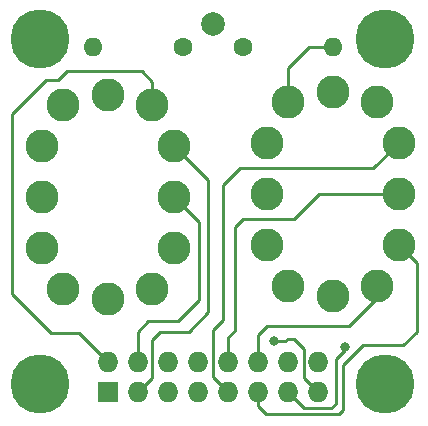
<source format=gbr>
G04 #@! TF.GenerationSoftware,KiCad,Pcbnew,5.0.2-bee76a0~70~ubuntu18.04.1*
G04 #@! TF.CreationDate,2019-11-04T11:53:34-05:00*
G04 #@! TF.ProjectId,socket,736f636b-6574-42e6-9b69-6361645f7063,rev?*
G04 #@! TF.SameCoordinates,Original*
G04 #@! TF.FileFunction,Copper,L2,Bot*
G04 #@! TF.FilePolarity,Positive*
%FSLAX46Y46*%
G04 Gerber Fmt 4.6, Leading zero omitted, Abs format (unit mm)*
G04 Created by KiCad (PCBNEW 5.0.2-bee76a0~70~ubuntu18.04.1) date Mon 04 Nov 2019 11:53:34 AM EST*
%MOMM*%
%LPD*%
G01*
G04 APERTURE LIST*
G04 #@! TA.AperFunction,ComponentPad*
%ADD10C,2.794000*%
G04 #@! TD*
G04 #@! TA.AperFunction,ComponentPad*
%ADD11O,1.600000X1.600000*%
G04 #@! TD*
G04 #@! TA.AperFunction,ComponentPad*
%ADD12C,1.600000*%
G04 #@! TD*
G04 #@! TA.AperFunction,ComponentPad*
%ADD13C,2.000000*%
G04 #@! TD*
G04 #@! TA.AperFunction,ComponentPad*
%ADD14O,1.727200X1.727200*%
G04 #@! TD*
G04 #@! TA.AperFunction,ComponentPad*
%ADD15R,1.727200X1.727200*%
G04 #@! TD*
G04 #@! TA.AperFunction,ComponentPad*
%ADD16C,5.000000*%
G04 #@! TD*
G04 #@! TA.AperFunction,ViaPad*
%ADD17C,0.800000*%
G04 #@! TD*
G04 #@! TA.AperFunction,Conductor*
%ADD18C,0.250000*%
G04 #@! TD*
G04 APERTURE END LIST*
D10*
G04 #@! TO.P,J1,12*
G04 #@! TO.N,Net-(J1-Pad12)*
X36830000Y-99314000D03*
G04 #@! TO.P,J1,11*
G04 #@! TO.N,Net-(J1-Pad11)*
X40614600Y-100177600D03*
G04 #@! TO.P,J1,10*
G04 #@! TO.N,Net-(J1-Pad10)*
X42418000Y-103632000D03*
G04 #@! TO.P,J1,9*
G04 #@! TO.N,Net-(J1-Pad9)*
X42418000Y-107950000D03*
G04 #@! TO.P,J1,8*
G04 #@! TO.N,Net-(J1-Pad8)*
X42418000Y-112268000D03*
G04 #@! TO.P,J1,7*
G04 #@! TO.N,Net-(J1-Pad7)*
X40614600Y-115722400D03*
G04 #@! TO.P,J1,6*
G04 #@! TO.N,Net-(J1-Pad6)*
X36830000Y-116586000D03*
G04 #@! TO.P,J1,5*
G04 #@! TO.N,Net-(J1-Pad5)*
X33045400Y-115722400D03*
G04 #@! TO.P,J1,4*
G04 #@! TO.N,Net-(J1-Pad4)*
X31242000Y-112268000D03*
G04 #@! TO.P,J1,3*
G04 #@! TO.N,Net-(J1-Pad3)*
X31242000Y-107950000D03*
G04 #@! TO.P,J1,2*
G04 #@! TO.N,Net-(J1-Pad2)*
X31242000Y-103632000D03*
G04 #@! TO.P,J1,1*
G04 #@! TO.N,Net-(J1-Pad1)*
X33045400Y-100177600D03*
G04 #@! TD*
G04 #@! TO.P,J2,12*
G04 #@! TO.N,Net-(J2-Pad12)*
X55880000Y-99060000D03*
G04 #@! TO.P,J2,11*
G04 #@! TO.N,Net-(J2-Pad11)*
X59664600Y-99923600D03*
G04 #@! TO.P,J2,10*
G04 #@! TO.N,Net-(J2-Pad10)*
X61468000Y-103378000D03*
G04 #@! TO.P,J2,9*
G04 #@! TO.N,Net-(J2-Pad9)*
X61468000Y-107696000D03*
G04 #@! TO.P,J2,8*
G04 #@! TO.N,Net-(J2-Pad8)*
X61468000Y-112014000D03*
G04 #@! TO.P,J2,7*
G04 #@! TO.N,Net-(J2-Pad7)*
X59664600Y-115468400D03*
G04 #@! TO.P,J2,6*
G04 #@! TO.N,Net-(J2-Pad6)*
X55880000Y-116332000D03*
G04 #@! TO.P,J2,5*
G04 #@! TO.N,Net-(J2-Pad5)*
X52095400Y-115468400D03*
G04 #@! TO.P,J2,4*
G04 #@! TO.N,Net-(J2-Pad4)*
X50292000Y-112014000D03*
G04 #@! TO.P,J2,3*
G04 #@! TO.N,Net-(J2-Pad3)*
X50292000Y-107696000D03*
G04 #@! TO.P,J2,2*
G04 #@! TO.N,Net-(J2-Pad2)*
X50292000Y-103378000D03*
G04 #@! TO.P,J2,1*
G04 #@! TO.N,Net-(J2-Pad1)*
X52095400Y-99923600D03*
G04 #@! TD*
D11*
G04 #@! TO.P,R1,2*
G04 #@! TO.N,Net-(J1-Pad1)*
X35560000Y-95250000D03*
D12*
G04 #@! TO.P,R1,1*
G04 #@! TO.N,Net-(J3-Pad1)*
X43180000Y-95250000D03*
G04 #@! TD*
D11*
G04 #@! TO.P,R2,2*
G04 #@! TO.N,Net-(J2-Pad1)*
X55880000Y-95250000D03*
D12*
G04 #@! TO.P,R2,1*
G04 #@! TO.N,Net-(J3-Pad1)*
X48260000Y-95250000D03*
G04 #@! TD*
D13*
G04 #@! TO.P,J3,1*
G04 #@! TO.N,Net-(J3-Pad1)*
X45720000Y-93345000D03*
G04 #@! TD*
D14*
G04 #@! TO.P,J4,16*
G04 #@! TO.N,Net-(J2-Pad3)*
X54610000Y-121920000D03*
G04 #@! TO.P,J4,15*
G04 #@! TO.N,Net-(J2-Pad4)*
X54610000Y-124460000D03*
G04 #@! TO.P,J4,14*
G04 #@! TO.N,Net-(J2-Pad5)*
X52070000Y-121920000D03*
G04 #@! TO.P,J4,13*
G04 #@! TO.N,Net-(J2-Pad6)*
X52070000Y-124460000D03*
G04 #@! TO.P,J4,12*
G04 #@! TO.N,Net-(J2-Pad7)*
X49530000Y-121920000D03*
G04 #@! TO.P,J4,11*
G04 #@! TO.N,Net-(J2-Pad8)*
X49530000Y-124460000D03*
G04 #@! TO.P,J4,10*
G04 #@! TO.N,Net-(J2-Pad9)*
X46990000Y-121920000D03*
G04 #@! TO.P,J4,9*
G04 #@! TO.N,Net-(J2-Pad10)*
X46990000Y-124460000D03*
G04 #@! TO.P,J4,8*
G04 #@! TO.N,Net-(J2-Pad11)*
X44450000Y-121920000D03*
G04 #@! TO.P,J4,7*
G04 #@! TO.N,Net-(J2-Pad2)*
X44450000Y-124460000D03*
G04 #@! TO.P,J4,6*
G04 #@! TO.N,Net-(J1-Pad7)*
X41910000Y-121920000D03*
G04 #@! TO.P,J4,5*
G04 #@! TO.N,Net-(J1-Pad8)*
X41910000Y-124460000D03*
G04 #@! TO.P,J4,4*
G04 #@! TO.N,Net-(J1-Pad9)*
X39370000Y-121920000D03*
G04 #@! TO.P,J4,3*
G04 #@! TO.N,Net-(J1-Pad10)*
X39370000Y-124460000D03*
G04 #@! TO.P,J4,2*
G04 #@! TO.N,Net-(J1-Pad11)*
X36830000Y-121920000D03*
D15*
G04 #@! TO.P,J4,1*
G04 #@! TO.N,Net-(J1-Pad2)*
X36830000Y-124460000D03*
G04 #@! TD*
D16*
G04 #@! TO.P,x1,1*
G04 #@! TO.N,N/C*
X60325000Y-94615000D03*
G04 #@! TD*
G04 #@! TO.P,REF\002A\002A,1*
G04 #@! TO.N,N/C*
X31115000Y-94615000D03*
G04 #@! TD*
G04 #@! TO.P,REF\002A\002A,1*
G04 #@! TO.N,N/C*
X60325000Y-123825000D03*
G04 #@! TD*
G04 #@! TO.P,REF\002A\002A,1*
G04 #@! TO.N,N/C*
X31115000Y-123825000D03*
G04 #@! TD*
D17*
G04 #@! TO.N,Net-(J2-Pad6)*
X56896000Y-120650000D03*
G04 #@! TO.N,Net-(J2-Pad4)*
X50927000Y-120142000D03*
G04 #@! TD*
D18*
G04 #@! TO.N,Net-(J1-Pad9)*
X40259000Y-118491000D02*
X39370000Y-119380000D01*
X42799000Y-118491000D02*
X40259000Y-118491000D01*
X44577000Y-116713000D02*
X42799000Y-118491000D01*
X39370000Y-119380000D02*
X39370000Y-121920000D01*
X42418000Y-107950000D02*
X44577000Y-110109000D01*
X44577000Y-110109000D02*
X44577000Y-116713000D01*
G04 #@! TO.N,Net-(J1-Pad10)*
X40558601Y-123271399D02*
X40558601Y-120096399D01*
X45339000Y-117729000D02*
X45339000Y-106553000D01*
X39370000Y-124460000D02*
X40558601Y-123271399D01*
X40558601Y-120096399D02*
X41275000Y-119380000D01*
X45339000Y-106553000D02*
X42418000Y-103632000D01*
X41275000Y-119380000D02*
X43688000Y-119380000D01*
X43688000Y-119380000D02*
X45339000Y-117729000D01*
G04 #@! TO.N,Net-(J1-Pad11)*
X40614600Y-98201944D02*
X39694656Y-97282000D01*
X40614600Y-100177600D02*
X40614600Y-98201944D01*
X39694656Y-97282000D02*
X33401000Y-97282000D01*
X33401000Y-97282000D02*
X32639000Y-98044000D01*
X31623000Y-98044000D02*
X28702000Y-100965000D01*
X32639000Y-98044000D02*
X31623000Y-98044000D01*
X28702000Y-100965000D02*
X28702000Y-116205000D01*
X28702000Y-116205000D02*
X32004000Y-119507000D01*
X34417000Y-119507000D02*
X36830000Y-121920000D01*
X32004000Y-119507000D02*
X34417000Y-119507000D01*
G04 #@! TO.N,Net-(J2-Pad10)*
X59309000Y-105537000D02*
X61468000Y-103378000D01*
X46990000Y-124460000D02*
X45720000Y-123190000D01*
X46609000Y-118364000D02*
X46609000Y-106934000D01*
X45720000Y-119253000D02*
X46609000Y-118364000D01*
X45720000Y-123190000D02*
X45720000Y-119253000D01*
X46609000Y-106934000D02*
X48006000Y-105537000D01*
X48006000Y-105537000D02*
X59309000Y-105537000D01*
G04 #@! TO.N,Net-(J2-Pad9)*
X46990000Y-119888000D02*
X46990000Y-121920000D01*
X54737000Y-107696000D02*
X52578000Y-109855000D01*
X47625000Y-110490000D02*
X47625000Y-119253000D01*
X61468000Y-107696000D02*
X54737000Y-107696000D01*
X52578000Y-109855000D02*
X48260000Y-109855000D01*
X48260000Y-109855000D02*
X47625000Y-110490000D01*
X47625000Y-119253000D02*
X46990000Y-119888000D01*
G04 #@! TO.N,Net-(J2-Pad8)*
X62992000Y-119380000D02*
X62992000Y-113538000D01*
X61849000Y-120523000D02*
X62992000Y-119380000D01*
X58420000Y-120523000D02*
X61849000Y-120523000D01*
X49530000Y-125681314D02*
X50213686Y-126365000D01*
X49530000Y-124460000D02*
X49530000Y-125681314D01*
X50213686Y-126365000D02*
X56388000Y-126365000D01*
X56388000Y-126365000D02*
X56769000Y-125984000D01*
X62992000Y-113538000D02*
X61468000Y-112014000D01*
X56769000Y-125984000D02*
X56769000Y-122174000D01*
X56769000Y-122174000D02*
X58420000Y-120523000D01*
G04 #@! TO.N,Net-(J2-Pad7)*
X59664600Y-116484400D02*
X59664600Y-115468400D01*
X57277000Y-118872000D02*
X59664600Y-116484400D01*
X50292000Y-118872000D02*
X57277000Y-118872000D01*
X49530000Y-121920000D02*
X49530000Y-119634000D01*
X49530000Y-119634000D02*
X50292000Y-118872000D01*
G04 #@! TO.N,Net-(J2-Pad6)*
X52070000Y-124460000D02*
X52933599Y-125323599D01*
X52933599Y-125323599D02*
X53467000Y-125857000D01*
X53467000Y-125857000D02*
X55753000Y-125857000D01*
X56134000Y-125476000D02*
X56134000Y-121666000D01*
X55753000Y-125857000D02*
X56134000Y-125476000D01*
X56134000Y-121666000D02*
X56896000Y-120904000D01*
X56896000Y-120904000D02*
X56896000Y-120650000D01*
G04 #@! TO.N,Net-(J2-Pad4)*
X53421399Y-123271399D02*
X53421399Y-120858399D01*
X54610000Y-124460000D02*
X53421399Y-123271399D01*
X53421399Y-120858399D02*
X52578000Y-120015000D01*
X51926072Y-120142000D02*
X50927000Y-120142000D01*
X52578000Y-120015000D02*
X52053072Y-120015000D01*
X52053072Y-120015000D02*
X51926072Y-120142000D01*
G04 #@! TO.N,Net-(J2-Pad1)*
X52095400Y-99923600D02*
X52095400Y-97383600D01*
X52095400Y-97383600D02*
X52070000Y-97358200D01*
X52070000Y-97358200D02*
X52070000Y-97028000D01*
X53848000Y-95250000D02*
X55880000Y-95250000D01*
X52070000Y-97028000D02*
X53848000Y-95250000D01*
G04 #@! TD*
M02*

</source>
